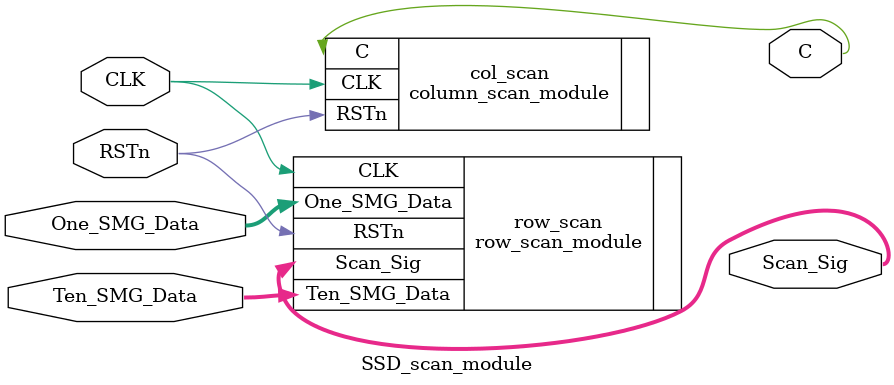
<source format=v>
module SSD_scan_module
(
    CLK, RSTn,
     Ten_SMG_Data, One_SMG_Data,
     Scan_Sig, C
);

    input CLK;
     input RSTn;
     input [6:0]Ten_SMG_Data;
     input [6:0]One_SMG_Data;
     output [6:0]Scan_Sig;
     output C;

     /*****************************/

     row_scan_module row_scan
     (
         .CLK( CLK ),
          .RSTn( RSTn ),
          .Ten_SMG_Data( Ten_SMG_Data ), // input - from top
          .One_SMG_Data( One_SMG_Data ), // input - from top
          .Scan_Sig( Scan_Sig )  // output - to top
     );

     column_scan_module col_scan
     (
         .CLK( CLK ),
          .RSTn( RSTn ),
          .C( C ) // output - to top
     );

     /********************************/

endmodule
</source>
